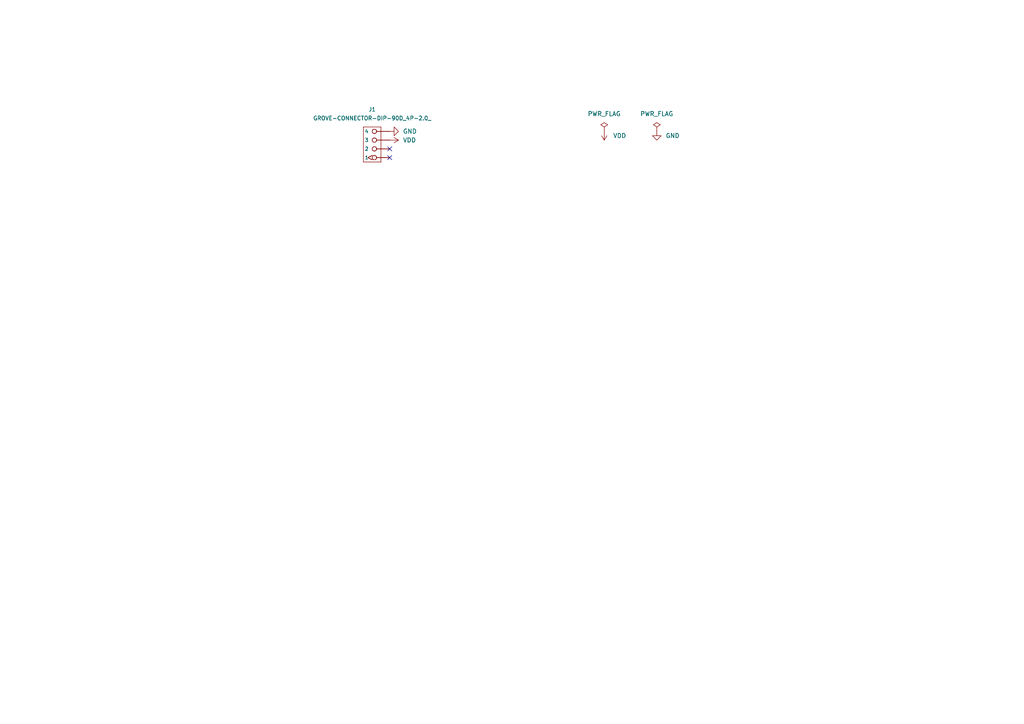
<source format=kicad_sch>
(kicad_sch (version 20211123) (generator eeschema)

  (uuid 4d167fe0-2422-42bc-9e34-3f62f7f67cc2)

  (paper "A4")

  (lib_symbols
    (symbol "0-MyLibrary:GROVE-CONNECTOR-DIP-90D_4P-2.0_" (pin_numbers hide) (pin_names (offset 1.016)) (in_bom yes) (on_board yes)
      (property "Reference" "J" (id 0) (at -6.35 6.35 0)
        (effects (font (size 1.143 1.143)) (justify left bottom))
      )
      (property "Value" "GROVE-CONNECTOR-DIP-90D_4P-2.0_" (id 1) (at 0 6.35 0)
        (effects (font (size 1.143 1.143)) (justify left bottom))
      )
      (property "Footprint" "" (id 2) (at 0 0 0)
        (effects (font (size 1.27 1.27)) hide)
      )
      (property "Datasheet" "" (id 3) (at 0 0 0)
        (effects (font (size 1.27 1.27)) hide)
      )
      (property "SKU" "320110034" (id 4) (at 0.762 3.81 0)
        (effects (font (size 0.508 0.508)) hide)
      )
      (property "ki_locked" "" (id 5) (at 0 0 0)
        (effects (font (size 1.27 1.27)))
      )
      (property "ki_fp_filters" "*HW4-2.0-90D*" (id 6) (at 0 0 0)
        (effects (font (size 1.27 1.27)) hide)
      )
      (symbol "GROVE-CONNECTOR-DIP-90D_4P-2.0__1_0"
        (polyline
          (pts
            (xy -1.27 -5.08)
            (xy -1.27 5.08)
          )
          (stroke (width 0) (type default) (color 0 0 0 0))
          (fill (type none))
        )
        (polyline
          (pts
            (xy -1.27 5.08)
            (xy 3.81 5.08)
          )
          (stroke (width 0) (type default) (color 0 0 0 0))
          (fill (type none))
        )
        (polyline
          (pts
            (xy 3.81 -5.08)
            (xy -1.27 -5.08)
          )
          (stroke (width 0) (type default) (color 0 0 0 0))
          (fill (type none))
        )
        (polyline
          (pts
            (xy 3.81 5.08)
            (xy 3.81 -5.08)
          )
          (stroke (width 0) (type default) (color 0 0 0 0))
          (fill (type none))
        )
      )
      (symbol "GROVE-CONNECTOR-DIP-90D_4P-2.0__1_1"
        (pin bidirectional inverted_clock (at -3.81 3.81 0) (length 5.08)
          (name "1" (effects (font (size 1.016 1.016))))
          (number "1" (effects (font (size 1.016 1.016))))
        )
        (pin bidirectional inverted (at -3.81 1.27 0) (length 5.08)
          (name "2" (effects (font (size 1.016 1.016))))
          (number "2" (effects (font (size 1.016 1.016))))
        )
        (pin power_in inverted (at -3.81 -1.27 0) (length 5.08)
          (name "3" (effects (font (size 1.016 1.016))))
          (number "3" (effects (font (size 1.016 1.016))))
        )
        (pin power_in inverted (at -3.81 -3.81 0) (length 5.08)
          (name "4" (effects (font (size 1.016 1.016))))
          (number "4" (effects (font (size 1.016 1.016))))
        )
      )
    )
    (symbol "power:GND" (power) (pin_names (offset 0)) (in_bom yes) (on_board yes)
      (property "Reference" "#PWR" (id 0) (at 0 -6.35 0)
        (effects (font (size 1.27 1.27)) hide)
      )
      (property "Value" "GND" (id 1) (at 0 -3.81 0)
        (effects (font (size 1.27 1.27)))
      )
      (property "Footprint" "" (id 2) (at 0 0 0)
        (effects (font (size 1.27 1.27)) hide)
      )
      (property "Datasheet" "" (id 3) (at 0 0 0)
        (effects (font (size 1.27 1.27)) hide)
      )
      (property "ki_keywords" "power-flag" (id 4) (at 0 0 0)
        (effects (font (size 1.27 1.27)) hide)
      )
      (property "ki_description" "Power symbol creates a global label with name \"GND\" , ground" (id 5) (at 0 0 0)
        (effects (font (size 1.27 1.27)) hide)
      )
      (symbol "GND_0_1"
        (polyline
          (pts
            (xy 0 0)
            (xy 0 -1.27)
            (xy 1.27 -1.27)
            (xy 0 -2.54)
            (xy -1.27 -1.27)
            (xy 0 -1.27)
          )
          (stroke (width 0) (type default) (color 0 0 0 0))
          (fill (type none))
        )
      )
      (symbol "GND_1_1"
        (pin power_in line (at 0 0 270) (length 0) hide
          (name "GND" (effects (font (size 1.27 1.27))))
          (number "1" (effects (font (size 1.27 1.27))))
        )
      )
    )
    (symbol "power:PWR_FLAG" (power) (pin_numbers hide) (pin_names (offset 0) hide) (in_bom yes) (on_board yes)
      (property "Reference" "#FLG" (id 0) (at 0 1.905 0)
        (effects (font (size 1.27 1.27)) hide)
      )
      (property "Value" "PWR_FLAG" (id 1) (at 0 3.81 0)
        (effects (font (size 1.27 1.27)))
      )
      (property "Footprint" "" (id 2) (at 0 0 0)
        (effects (font (size 1.27 1.27)) hide)
      )
      (property "Datasheet" "~" (id 3) (at 0 0 0)
        (effects (font (size 1.27 1.27)) hide)
      )
      (property "ki_keywords" "power-flag" (id 4) (at 0 0 0)
        (effects (font (size 1.27 1.27)) hide)
      )
      (property "ki_description" "Special symbol for telling ERC where power comes from" (id 5) (at 0 0 0)
        (effects (font (size 1.27 1.27)) hide)
      )
      (symbol "PWR_FLAG_0_0"
        (pin power_out line (at 0 0 90) (length 0)
          (name "pwr" (effects (font (size 1.27 1.27))))
          (number "1" (effects (font (size 1.27 1.27))))
        )
      )
      (symbol "PWR_FLAG_0_1"
        (polyline
          (pts
            (xy 0 0)
            (xy 0 1.27)
            (xy -1.016 1.905)
            (xy 0 2.54)
            (xy 1.016 1.905)
            (xy 0 1.27)
          )
          (stroke (width 0) (type default) (color 0 0 0 0))
          (fill (type none))
        )
      )
    )
    (symbol "power:VDD" (power) (pin_names (offset 0)) (in_bom yes) (on_board yes)
      (property "Reference" "#PWR" (id 0) (at 0 -3.81 0)
        (effects (font (size 1.27 1.27)) hide)
      )
      (property "Value" "VDD" (id 1) (at 0 3.81 0)
        (effects (font (size 1.27 1.27)))
      )
      (property "Footprint" "" (id 2) (at 0 0 0)
        (effects (font (size 1.27 1.27)) hide)
      )
      (property "Datasheet" "" (id 3) (at 0 0 0)
        (effects (font (size 1.27 1.27)) hide)
      )
      (property "ki_keywords" "power-flag" (id 4) (at 0 0 0)
        (effects (font (size 1.27 1.27)) hide)
      )
      (property "ki_description" "Power symbol creates a global label with name \"VDD\"" (id 5) (at 0 0 0)
        (effects (font (size 1.27 1.27)) hide)
      )
      (symbol "VDD_0_1"
        (polyline
          (pts
            (xy -0.762 1.27)
            (xy 0 2.54)
          )
          (stroke (width 0) (type default) (color 0 0 0 0))
          (fill (type none))
        )
        (polyline
          (pts
            (xy 0 0)
            (xy 0 2.54)
          )
          (stroke (width 0) (type default) (color 0 0 0 0))
          (fill (type none))
        )
        (polyline
          (pts
            (xy 0 2.54)
            (xy 0.762 1.27)
          )
          (stroke (width 0) (type default) (color 0 0 0 0))
          (fill (type none))
        )
      )
      (symbol "VDD_1_1"
        (pin power_in line (at 0 0 90) (length 0) hide
          (name "VDD" (effects (font (size 1.27 1.27))))
          (number "1" (effects (font (size 1.27 1.27))))
        )
      )
    )
  )


  (no_connect (at 113.03 43.18) (uuid 26d8df92-a8ec-44e0-be19-06dfae2343e6))
  (no_connect (at 113.03 45.72) (uuid 26d8df92-a8ec-44e0-be19-06dfae2343e7))

  (symbol (lib_id "power:GND") (at 113.03 38.1 90) (unit 1)
    (in_bom yes) (on_board yes) (fields_autoplaced)
    (uuid 010c8ee9-14b8-4065-bacf-8cf8d00eda1d)
    (property "Reference" "#PWR01" (id 0) (at 119.38 38.1 0)
      (effects (font (size 1.27 1.27)) hide)
    )
    (property "Value" "GND" (id 1) (at 116.84 38.0999 90)
      (effects (font (size 1.27 1.27)) (justify right))
    )
    (property "Footprint" "" (id 2) (at 113.03 38.1 0)
      (effects (font (size 1.27 1.27)) hide)
    )
    (property "Datasheet" "" (id 3) (at 113.03 38.1 0)
      (effects (font (size 1.27 1.27)) hide)
    )
    (pin "1" (uuid 6c2e12a5-9bff-478a-88bb-ba2e46fd1913))
  )

  (symbol (lib_id "power:VDD") (at 175.26 38.1 180) (unit 1)
    (in_bom yes) (on_board yes) (fields_autoplaced)
    (uuid 0b9428eb-1896-456f-b4f6-474dd01bf9a9)
    (property "Reference" "#PWR02" (id 0) (at 175.26 34.29 0)
      (effects (font (size 1.27 1.27)) hide)
    )
    (property "Value" "VDD" (id 1) (at 177.8 39.3699 0)
      (effects (font (size 1.27 1.27)) (justify right))
    )
    (property "Footprint" "" (id 2) (at 175.26 38.1 0)
      (effects (font (size 1.27 1.27)) hide)
    )
    (property "Datasheet" "" (id 3) (at 175.26 38.1 0)
      (effects (font (size 1.27 1.27)) hide)
    )
    (pin "1" (uuid a509533d-11e3-4b4d-9677-2dc8479fbe3c))
  )

  (symbol (lib_id "power:PWR_FLAG") (at 190.5 38.1 0) (unit 1)
    (in_bom yes) (on_board yes) (fields_autoplaced)
    (uuid 66cd6605-67d9-46cd-bbe2-b6deb30942e4)
    (property "Reference" "#FLG02" (id 0) (at 190.5 36.195 0)
      (effects (font (size 1.27 1.27)) hide)
    )
    (property "Value" "PWR_FLAG" (id 1) (at 190.5 33.02 0))
    (property "Footprint" "" (id 2) (at 190.5 38.1 0)
      (effects (font (size 1.27 1.27)) hide)
    )
    (property "Datasheet" "~" (id 3) (at 190.5 38.1 0)
      (effects (font (size 1.27 1.27)) hide)
    )
    (pin "1" (uuid 44c84aad-0c0f-4f4c-850d-1df7c9932a3d))
  )

  (symbol (lib_id "power:PWR_FLAG") (at 175.26 38.1 0) (unit 1)
    (in_bom yes) (on_board yes) (fields_autoplaced)
    (uuid 6ac4938d-ccf3-49bc-a227-92a9d6258e50)
    (property "Reference" "#FLG01" (id 0) (at 175.26 36.195 0)
      (effects (font (size 1.27 1.27)) hide)
    )
    (property "Value" "PWR_FLAG" (id 1) (at 175.26 33.02 0))
    (property "Footprint" "" (id 2) (at 175.26 38.1 0)
      (effects (font (size 1.27 1.27)) hide)
    )
    (property "Datasheet" "~" (id 3) (at 175.26 38.1 0)
      (effects (font (size 1.27 1.27)) hide)
    )
    (pin "1" (uuid 330db969-6ef1-48be-8a00-fc639efe4bbf))
  )

  (symbol (lib_id "power:GND") (at 190.5 38.1 0) (unit 1)
    (in_bom yes) (on_board yes) (fields_autoplaced)
    (uuid 8210e128-8482-4523-a72d-2d7fe89cf5f3)
    (property "Reference" "#PWR03" (id 0) (at 190.5 44.45 0)
      (effects (font (size 1.27 1.27)) hide)
    )
    (property "Value" "GND" (id 1) (at 193.04 39.3699 0)
      (effects (font (size 1.27 1.27)) (justify left))
    )
    (property "Footprint" "" (id 2) (at 190.5 38.1 0)
      (effects (font (size 1.27 1.27)) hide)
    )
    (property "Datasheet" "" (id 3) (at 190.5 38.1 0)
      (effects (font (size 1.27 1.27)) hide)
    )
    (pin "1" (uuid f1283956-9dc9-4b6a-a2b4-b608d9028974))
  )

  (symbol (lib_id "power:VDD") (at 113.03 40.64 270) (unit 1)
    (in_bom yes) (on_board yes) (fields_autoplaced)
    (uuid 954cf72f-4fbd-41e0-ac25-c19a466767f2)
    (property "Reference" "#PWR04" (id 0) (at 109.22 40.64 0)
      (effects (font (size 1.27 1.27)) hide)
    )
    (property "Value" "VDD" (id 1) (at 116.84 40.6399 90)
      (effects (font (size 1.27 1.27)) (justify left))
    )
    (property "Footprint" "" (id 2) (at 113.03 40.64 0)
      (effects (font (size 1.27 1.27)) hide)
    )
    (property "Datasheet" "" (id 3) (at 113.03 40.64 0)
      (effects (font (size 1.27 1.27)) hide)
    )
    (pin "1" (uuid ba9e7273-cc5b-49b3-971f-6ca245026011))
  )

  (symbol (lib_id "0-MyLibrary:GROVE-CONNECTOR-DIP-90D_4P-2.0_") (at 109.22 41.91 180) (unit 1)
    (in_bom yes) (on_board yes) (fields_autoplaced)
    (uuid a2eff1aa-a40e-4abc-9f6d-2780b0b0eb45)
    (property "Reference" "J1" (id 0) (at 107.95 31.75 0)
      (effects (font (size 1.143 1.143)))
    )
    (property "Value" "GROVE-CONNECTOR-DIP-90D_4P-2.0_" (id 1) (at 107.95 34.29 0)
      (effects (font (size 1.143 1.143)))
    )
    (property "Footprint" "0-MyLibrary:Grove-HW4-2.0-90D" (id 2) (at 109.22 41.91 0)
      (effects (font (size 1.27 1.27)) hide)
    )
    (property "Datasheet" "" (id 3) (at 109.22 41.91 0)
      (effects (font (size 1.27 1.27)) hide)
    )
    (property "SKU" "320110034" (id 4) (at 108.458 45.72 0)
      (effects (font (size 0.508 0.508)) hide)
    )
    (pin "1" (uuid f967523e-3ccb-42be-b6ad-ec5ff3d8052d))
    (pin "2" (uuid 3f903041-8784-412d-91d9-5914c8404fb8))
    (pin "3" (uuid a16110f9-b091-4e78-93e5-6398dd5ef29a))
    (pin "4" (uuid ae73951c-794a-430f-b3c0-e520ded13270))
  )

  (sheet_instances
    (path "/" (page "1"))
  )

  (symbol_instances
    (path "/6ac4938d-ccf3-49bc-a227-92a9d6258e50"
      (reference "#FLG01") (unit 1) (value "PWR_FLAG") (footprint "")
    )
    (path "/66cd6605-67d9-46cd-bbe2-b6deb30942e4"
      (reference "#FLG02") (unit 1) (value "PWR_FLAG") (footprint "")
    )
    (path "/010c8ee9-14b8-4065-bacf-8cf8d00eda1d"
      (reference "#PWR01") (unit 1) (value "GND") (footprint "")
    )
    (path "/0b9428eb-1896-456f-b4f6-474dd01bf9a9"
      (reference "#PWR02") (unit 1) (value "VDD") (footprint "")
    )
    (path "/8210e128-8482-4523-a72d-2d7fe89cf5f3"
      (reference "#PWR03") (unit 1) (value "GND") (footprint "")
    )
    (path "/954cf72f-4fbd-41e0-ac25-c19a466767f2"
      (reference "#PWR04") (unit 1) (value "VDD") (footprint "")
    )
    (path "/a2eff1aa-a40e-4abc-9f6d-2780b0b0eb45"
      (reference "J1") (unit 1) (value "GROVE-CONNECTOR-DIP-90D_4P-2.0_") (footprint "0-MyLibrary:Grove-HW4-2.0-90D")
    )
  )
)

</source>
